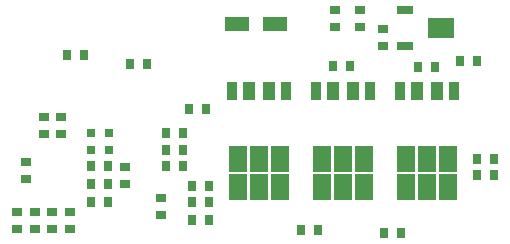
<source format=gbp>
G75*
G70*
%OFA0B0*%
%FSLAX24Y24*%
%IPPOS*%
%LPD*%
%AMOC8*
5,1,8,0,0,1.08239X$1,22.5*
%
%ADD10R,0.0354X0.0275*%
%ADD11R,0.0275X0.0354*%
%ADD12R,0.0393X0.0590*%
%ADD13R,0.0354X0.0590*%
%ADD14R,0.0591X0.0866*%
%ADD15R,0.0826X0.0511*%
%ADD16R,0.0551X0.0315*%
%ADD17R,0.0866X0.0709*%
%ADD18R,0.0275X0.0275*%
D10*
X004860Y004652D03*
X005460Y004652D03*
X006010Y004652D03*
X006010Y005222D03*
X005460Y005222D03*
X004860Y005222D03*
X005160Y006302D03*
X005160Y006872D03*
X005760Y007802D03*
X006310Y007802D03*
X006310Y008372D03*
X005760Y008372D03*
X008460Y006722D03*
X008460Y006152D03*
X009660Y005672D03*
X009660Y005102D03*
X006610Y005222D03*
X006610Y004652D03*
X015435Y011377D03*
X015435Y011947D03*
X016285Y011947D03*
X016285Y011377D03*
X017060Y011322D03*
X017060Y010752D03*
D11*
X018225Y010037D03*
X018794Y010037D03*
X019600Y010237D03*
X020169Y010237D03*
X015944Y010087D03*
X015375Y010087D03*
X011144Y008637D03*
X010575Y008637D03*
X010394Y007837D03*
X009825Y007837D03*
X009825Y007287D03*
X010394Y007287D03*
X010394Y006737D03*
X009825Y006737D03*
X010675Y006087D03*
X011244Y006087D03*
X011244Y005537D03*
X010675Y005537D03*
X010675Y004937D03*
X011244Y004937D03*
X014300Y004612D03*
X014869Y004612D03*
X017075Y004512D03*
X017644Y004512D03*
X020175Y006437D03*
X020744Y006437D03*
X020744Y006987D03*
X020175Y006987D03*
X009194Y010137D03*
X008625Y010137D03*
X007094Y010437D03*
X006525Y010437D03*
X007325Y006737D03*
X007894Y006737D03*
X007894Y006137D03*
X007325Y006137D03*
X007325Y005537D03*
X007894Y005537D03*
D12*
X012575Y009237D03*
X013244Y009237D03*
X015375Y009237D03*
X016044Y009237D03*
X018175Y009237D03*
X018844Y009237D03*
D13*
X019407Y009227D03*
X017612Y009227D03*
X016607Y009227D03*
X014812Y009227D03*
X013807Y009227D03*
X012012Y009227D03*
D14*
X012221Y006983D03*
X012910Y006983D03*
X013599Y006983D03*
X013599Y006038D03*
X012910Y006038D03*
X012221Y006038D03*
X015021Y006038D03*
X015710Y006038D03*
X016399Y006038D03*
X016399Y006983D03*
X015710Y006983D03*
X015021Y006983D03*
X017821Y006983D03*
X018510Y006983D03*
X019199Y006983D03*
X019199Y006038D03*
X018510Y006038D03*
X017821Y006038D03*
D15*
X013440Y011487D03*
X012180Y011487D03*
D16*
X017780Y011928D03*
X017780Y010746D03*
D17*
X018993Y011337D03*
D18*
X007905Y007837D03*
X007905Y007287D03*
X007315Y007287D03*
X007315Y007837D03*
M02*

</source>
